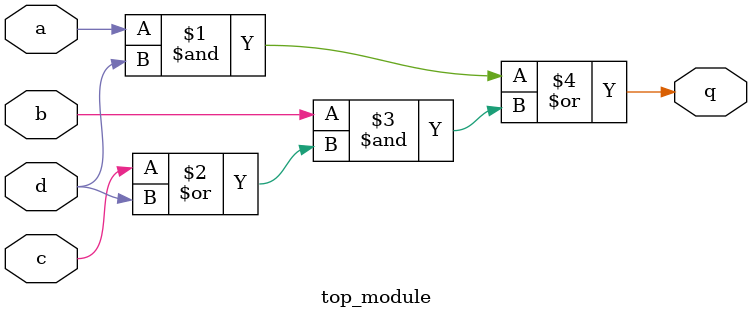
<source format=sv>
module top_module (
    input a, 
    input b, 
    input c, 
    input d,
    output q
);

    assign q = (a & d) | (b & (c | d));

endmodule

</source>
